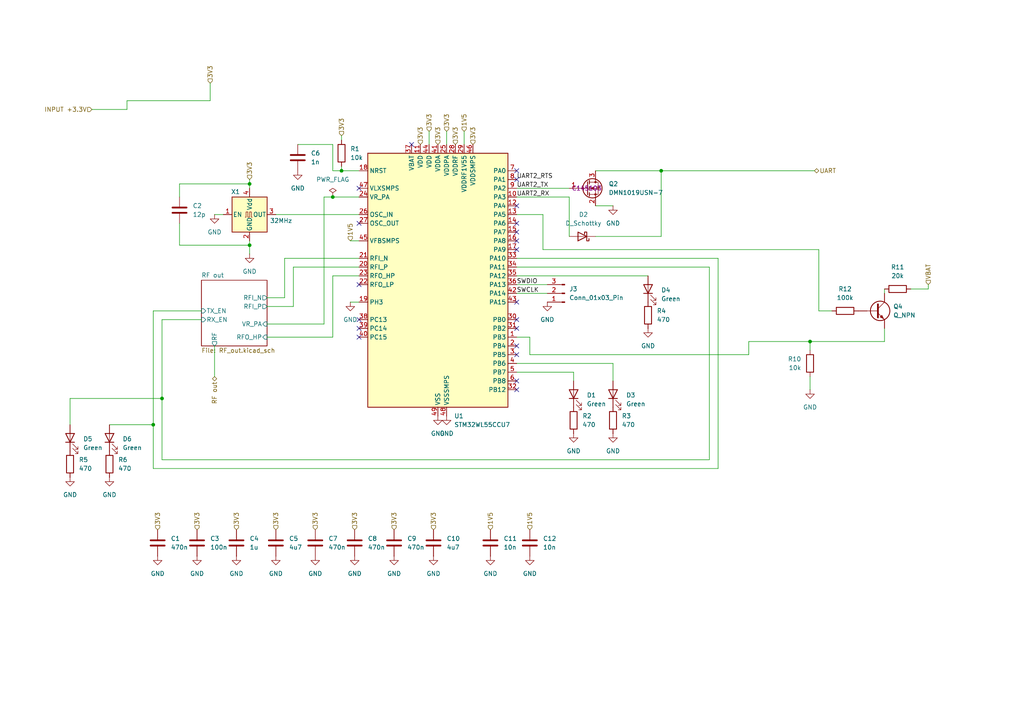
<source format=kicad_sch>
(kicad_sch (version 20250114) (generator "eeschema") (generator_version "9.0")
  (paper "A4")
  (lib_symbols
    (symbol "Connector:Conn_01x03_Pin" (pin_names (offset 1.016) (hide yes))
      (property "Reference" "J" (at 0 5.08 0))
      (property "Value" "Conn_01x03_Pin" (at 0 -5.08 0))
      (symbol "Conn_01x03_Pin_1_1"
        (rectangle (start 0.8636 2.667) (end 0 2.413) (stroke (width 0.1524)) (fill (type outline)))
        (rectangle (start 0.8636 0.127) (end 0 -0.127) (stroke (width 0.1524)) (fill (type outline)))
        (rectangle (start 0.8636 -2.413) (end 0 -2.667) (stroke (width 0.1524)) (fill (type outline)))
        (polyline (pts (xy 1.27 2.54) (xy 0.8636 2.54)) (stroke (width 0.1524)))
        (polyline (pts (xy 1.27 0) (xy 0.8636 0)) (stroke (width 0.1524)))
        (polyline (pts (xy 1.27 -2.54) (xy 0.8636 -2.54)) (stroke (width 0.1524)))
        (pin passive line (at 5.08 2.54 180) (length 3.81) (name "Pin_1") (number "1"))
        (pin passive line (at 5.08 0 180) (length 3.81) (name "Pin_2") (number "2"))
        (pin passive line (at 5.08 -2.54 180) (length 3.81) (name "Pin_3") (number "3"))
      )
    )
    (symbol "Device:C" (pin_numbers (hide yes)) (pin_names (offset 0.254))
      (property "Reference" "C" (at 0.635 2.54 0))
      (property "Value" "C" (at 0.635 -2.54 0))
      (symbol "C_0_1"
        (polyline (pts (xy -2.032 0.762) (xy 2.032 0.762)) (stroke (width 0.508)))
        (polyline (pts (xy -2.032 -0.762) (xy 2.032 -0.762)) (stroke (width 0.508)))
      )
      (symbol "C_1_1"
        (pin passive line (at 0 3.81 270) (length 2.794) (name "~") (number "1"))
        (pin passive line (at 0 -3.81 90) (length 2.794) (name "~") (number "2"))
      )
    )
    (symbol "Device:D_Schottky" (pin_numbers (hide yes)) (pin_names (offset 1.016) (hide yes))
      (property "Reference" "D" (at 0 2.54 0))
      (property "Value" "D_Schottky" (at 0 -2.54 0))
      (symbol "D_Schottky_0_1"
        (polyline (pts (xy -1.905 0.635) (xy -1.905 1.27) (xy -1.27 1.27) (xy -1.27 -1.27) (xy -0.635 -1.27) (xy -0.635 -0.635)) (stroke (width 0.254)))
        (polyline (pts (xy 1.27 1.27) (xy 1.27 -1.27) (xy -1.27 0) (xy 1.27 1.27)) (stroke (width 0.254)))
        (polyline (pts (xy 1.27 0) (xy -1.27 0)))
      )
      (symbol "D_Schottky_1_1"
        (pin passive line (at -3.81 0 0) (length 2.54) (name "K") (number "1"))
        (pin passive line (at 3.81 0 180) (length 2.54) (name "A") (number "2"))
      )
    )
    (symbol "Device:LED" (pin_numbers (hide yes)) (pin_names (offset 1.016) (hide yes))
      (property "Reference" "D" (at 0 2.54 0))
      (property "Value" "LED" (at 0 -2.54 0))
      (symbol "LED_0_1"
        (polyline (pts (xy -3.048 -0.762) (xy -4.572 -2.286) (xy -3.81 -2.286) (xy -4.572 -2.286) (xy -4.572 -1.524)))
        (polyline (pts (xy -1.778 -0.762) (xy -3.302 -2.286) (xy -2.54 -2.286) (xy -3.302 -2.286) (xy -3.302 -1.524)))
        (polyline (pts (xy -1.27 0) (xy 1.27 0)))
        (polyline (pts (xy -1.27 -1.27) (xy -1.27 1.27)) (stroke (width 0.254)))
        (polyline (pts (xy 1.27 -1.27) (xy 1.27 1.27) (xy -1.27 0) (xy 1.27 -1.27)) (stroke (width 0.254)))
      )
      (symbol "LED_1_1"
        (pin passive line (at -3.81 0 0) (length 2.54) (name "K") (number "1"))
        (pin passive line (at 3.81 0 180) (length 2.54) (name "A") (number "2"))
      )
    )
    (symbol "Device:Q_NPN" (pin_numbers (hide yes)) (pin_names (offset 0) (hide yes))
      (property "Reference" "Q4" (at 5.08 1.2701 0))
      (property "Value" "Q_NPN" (at 5.08 -1.2699 0))
      (symbol "Q_NPN_0_1"
        (polyline (pts (xy -2.54 0) (xy 0.635 0)))
        (polyline (pts (xy 0.635 1.905) (xy 0.635 -1.905)) (stroke (width 0.508)))
        (polyline (pts (xy 0.635 0.635) (xy 2.54 2.54)))
        (polyline (pts (xy 0.635 -0.635) (xy 2.54 -2.54)))
        (circle (center 1.27 0) (radius 2.8194) (stroke (width 0.254)))
        (polyline (pts (xy 1.27 -1.778) (xy 1.778 -1.27) (xy 2.286 -2.286) (xy 1.27 -1.778)) (fill (type outline)))
      )
      (symbol "Q_NPN_1_1"
        (pin input line (at -5.08 0 0) (length 2.54) (name "B") (number "1"))
        (pin passive line (at 2.54 5.08 270) (length 2.54) (name "C") (number "3"))
        (pin passive line (at 2.54 -5.08 90) (length 2.54) (name "E") (number "2"))
      )
    )
    (symbol "Device:R" (pin_numbers (hide yes)) (pin_names (offset 0))
      (property "Reference" "R" (at 2.032 0 90))
      (property "Value" "R" (at 0 0 90))
      (symbol "R_0_1"
        (rectangle (start -1.016 -2.54) (end 1.016 2.54) (stroke (width 0.254)))
      )
      (symbol "R_1_1"
        (pin passive line (at 0 3.81 270) (length 1.27) (name "~") (number "1"))
        (pin passive line (at 0 -3.81 90) (length 1.27) (name "~") (number "2"))
      )
    )
    (symbol "LED_1" (pin_numbers (hide yes)) (pin_names (offset 1.016) (hide yes))
      (property "Reference" "D" (at 0 2.54 0))
      (property "Value" "LED" (at 0 -2.54 0))
      (symbol "LED_1_0_1"
        (polyline (pts (xy -3.048 -0.762) (xy -4.572 -2.286) (xy -3.81 -2.286) (xy -4.572 -2.286) (xy -4.572 -1.524)))
        (polyline (pts (xy -1.778 -0.762) (xy -3.302 -2.286) (xy -2.54 -2.286) (xy -3.302 -2.286) (xy -3.302 -1.524)))
        (polyline (pts (xy -1.27 0) (xy 1.27 0)))
        (polyline (pts (xy -1.27 -1.27) (xy -1.27 1.27)) (stroke (width 0.254)))
        (polyline (pts (xy 1.27 -1.27) (xy 1.27 1.27) (xy -1.27 0) (xy 1.27 -1.27)) (stroke (width 0.254)))
      )
      (symbol "LED_1_1_1"
        (pin passive line (at -3.81 0 0) (length 2.54) (name "K") (number "1"))
        (pin passive line (at 3.81 0 180) (length 2.54) (name "A") (number "2"))
      )
    )
    (symbol "LED_2" (pin_numbers (hide yes)) (pin_names (offset 1.016) (hide yes))
      (property "Reference" "D" (at 0 2.54 0))
      (property "Value" "LED" (at 0 -2.54 0))
      (symbol "LED_2_0_1"
        (polyline (pts (xy -3.048 -0.762) (xy -4.572 -2.286) (xy -3.81 -2.286) (xy -4.572 -2.286) (xy -4.572 -1.524)))
        (polyline (pts (xy -1.778 -0.762) (xy -3.302 -2.286) (xy -2.54 -2.286) (xy -3.302 -2.286) (xy -3.302 -1.524)))
        (polyline (pts (xy -1.27 0) (xy 1.27 0)))
        (polyline (pts (xy -1.27 -1.27) (xy -1.27 1.27)) (stroke (width 0.254)))
        (polyline (pts (xy 1.27 -1.27) (xy 1.27 1.27) (xy -1.27 0) (xy 1.27 -1.27)) (stroke (width 0.254)))
      )
      (symbol "LED_2_1_1"
        (pin passive line (at -3.81 0 0) (length 2.54) (name "K") (number "1"))
        (pin passive line (at 3.81 0 180) (length 2.54) (name "A") (number "2"))
      )
    )
    (symbol "MCU_ST_STM32WL:STM32WL55CCUx"
      (property "Reference" "U" (at -20.32 39.37 0))
      (property "Value" "STM32WL55CCUx" (at 12.7 39.37 0))
      (symbol "STM32WL55CCUx_0_1"
        (rectangle (start -20.32 -35.56) (end 20.32 38.1) (stroke (width 0.254)) (fill (type background)))
      )
      (symbol "STM32WL55CCUx_1_1"
        (pin input line (at -22.86 33.02 0) (length 2.54) (name "NRST") (number "18"))
        (pin power_in line (at -22.86 27.94 0) (length 2.54) (name "VLXSMPS") (number "47"))
        (pin power_in line (at -22.86 25.4 0) (length 2.54) (name "VR_PA") (number "24"))
        (pin input line (at -22.86 20.32 0) (length 2.54) (name "OSC_IN") (number "26"))
        (pin input line (at -22.86 17.78 0) (length 2.54) (name "OSC_OUT") (number "27"))
        (pin input line (at -22.86 12.7 0) (length 2.54) (name "VFBSMPS") (number "45"))
        (pin bidirectional line (at -22.86 7.62 0) (length 2.54) (name "RFI_N") (number "21"))
        (pin bidirectional line (at -22.86 5.08 0) (length 2.54) (name "RFI_P") (number "20"))
        (pin bidirectional line (at -22.86 2.54 0) (length 2.54) (name "RFO_HP") (number "23"))
        (pin bidirectional line (at -22.86 0 0) (length 2.54) (name "RFO_LP") (number "22"))
        (pin bidirectional line (at -22.86 -5.08 0) (length 2.54) (name "PH3") (number "19"))
        (pin bidirectional line (at -22.86 -10.16 0) (length 2.54) (name "PC13") (number "38"))
        (pin bidirectional line (at -22.86 -12.7 0) (length 2.54) (name "PC14") (number "39"))
        (pin bidirectional line (at -22.86 -15.24 0) (length 2.54) (name "PC15") (number "40"))
        (pin power_in line (at -7.62 40.64 270) (length 2.54) (name "VBAT") (number "37"))
        (pin power_in line (at -5.08 40.64 270) (length 2.54) (name "VDD") (number "11"))
        (pin power_in line (at -2.54 40.64 270) (length 2.54) (name "VDD") (number "44"))
        (pin power_in line (at 0 40.64 270) (length 2.54) (name "VDDA") (number "41"))
        (pin power_in line (at 0 -38.1 90) (length 2.54) (name "VSS") (number "49"))
        (pin power_in line (at 2.54 40.64 270) (length 2.54) (name "VDDPA") (number "25"))
        (pin power_in line (at 2.54 -38.1 90) (length 2.54) (name "VSSSMPS") (number "48"))
        (pin power_in line (at 5.08 40.64 270) (length 2.54) (name "VDDRF") (number "28"))
        (pin power_in line (at 7.62 40.64 270) (length 2.54) (name "VDDRF1V55") (number "29"))
        (pin power_in line (at 10.16 40.64 270) (length 2.54) (name "VDDSMPS") (number "46"))
        (pin bidirectional line (at 22.86 33.02 180) (length 2.54) (name "PA0") (number "7"))
        (pin bidirectional line (at 22.86 30.48 180) (length 2.54) (name "PA1") (number "8"))
        (pin bidirectional line (at 22.86 27.94 180) (length 2.54) (name "PA2") (number "9"))
        (pin bidirectional line (at 22.86 25.4 180) (length 2.54) (name "PA3") (number "10"))
        (pin bidirectional line (at 22.86 22.86 180) (length 2.54) (name "PA4") (number "12"))
        (pin bidirectional line (at 22.86 20.32 180) (length 2.54) (name "PA5") (number "13"))
        (pin bidirectional line (at 22.86 17.78 180) (length 2.54) (name "PA6") (number "14"))
        (pin bidirectional line (at 22.86 15.24 180) (length 2.54) (name "PA7") (number "15"))
        (pin bidirectional line (at 22.86 12.7 180) (length 2.54) (name "PA8") (number "16"))
        (pin bidirectional line (at 22.86 10.16 180) (length 2.54) (name "PA9") (number "17"))
        (pin bidirectional line (at 22.86 7.62 180) (length 2.54) (name "PA10") (number "33"))
        (pin bidirectional line (at 22.86 5.08 180) (length 2.54) (name "PA11") (number "34"))
        (pin bidirectional line (at 22.86 2.54 180) (length 2.54) (name "PA12") (number "35"))
        (pin bidirectional line (at 22.86 0 180) (length 2.54) (name "PA13") (number "36"))
        (pin bidirectional line (at 22.86 -2.54 180) (length 2.54) (name "PA14") (number "42"))
        (pin bidirectional line (at 22.86 -5.08 180) (length 2.54) (name "PA15") (number "43"))
        (pin bidirectional line (at 22.86 -10.16 180) (length 2.54) (name "PB0") (number "30"))
        (pin bidirectional line (at 22.86 -12.7 180) (length 2.54) (name "PB2") (number "31"))
        (pin bidirectional line (at 22.86 -15.24 180) (length 2.54) (name "PB3") (number "1"))
        (pin bidirectional line (at 22.86 -17.78 180) (length 2.54) (name "PB4") (number "2"))
        (pin bidirectional line (at 22.86 -20.32 180) (length 2.54) (name "PB5") (number "3"))
        (pin bidirectional line (at 22.86 -22.86 180) (length 2.54) (name "PB6") (number "4"))
        (pin bidirectional line (at 22.86 -25.4 180) (length 2.54) (name "PB7") (number "5"))
        (pin bidirectional line (at 22.86 -27.94 180) (length 2.54) (name "PB8") (number "6"))
        (pin bidirectional line (at 22.86 -30.48 180) (length 2.54) (name "PB12") (number "32"))
      )
    )
    (symbol "Oscillator:ASE-xxxMHz" (pin_names (offset 0.254))
      (property "Reference" "Y" (at -5.08 6.35 0))
      (property "Value" "ASE-xxxMHz" (at 1.27 -6.35 0))
      (symbol "ASE-xxxMHz_0_1"
        (rectangle (start -5.08 5.08) (end 5.08 -5.08) (stroke (width 0.254)) (fill (type background)))
        (polyline (pts (xy -1.27 -0.762) (xy -1.016 -0.762) (xy -1.016 0.762) (xy -0.508 0.762) (xy -0.508 -0.762) (xy 0 -0.762) (xy 0 0.762) (xy 0.508 0.762) (xy 0.508 -0.762) (xy 0.762 -0.762)))
      )
      (symbol "ASE-xxxMHz_1_1"
        (pin input line (at -7.62 0 0) (length 2.54) (name "EN") (number "1"))
        (pin power_in line (at 0 7.62 270) (length 2.54) (name "Vdd") (number "4"))
        (pin power_in line (at 0 -7.62 90) (length 2.54) (name "GND") (number "2"))
        (pin output line (at 7.62 0 180) (length 2.54) (name "OUT") (number "3"))
      )
    )
    (symbol "Transistor_FET:DMN10H220L" (pin_names (hide yes))
      (property "Reference" "Q" (at 5.08 1.905 0))
      (property "Value" "DMN10H220L" (at 5.08 0 0))
      (symbol "DMN10H220L_0_1"
        (polyline (pts (xy 0.254 1.905) (xy 0.254 -1.905)) (stroke (width 0.254)))
        (polyline (pts (xy 0.254 0) (xy -2.54 0)))
        (polyline (pts (xy 0.762 2.286) (xy 0.762 1.27)) (stroke (width 0.254)))
        (polyline (pts (xy 0.762 0.508) (xy 0.762 -0.508)) (stroke (width 0.254)))
        (polyline (pts (xy 0.762 -1.27) (xy 0.762 -2.286)) (stroke (width 0.254)))
        (polyline (pts (xy 0.762 -1.778) (xy 3.302 -1.778) (xy 3.302 1.778) (xy 0.762 1.778)))
        (polyline (pts (xy 1.016 0) (xy 2.032 0.381) (xy 2.032 -0.381) (xy 1.016 0)) (fill (type outline)))
        (circle (center 1.651 0) (radius 2.794) (stroke (width 0.254)))
        (polyline (pts (xy 2.54 2.54) (xy 2.54 1.778)))
        (circle (center 2.54 1.778) (radius 0.254) (fill (type outline)))
        (circle (center 2.54 -1.778) (radius 0.254) (fill (type outline)))
        (polyline (pts (xy 2.54 -2.54) (xy 2.54 0) (xy 0.762 0)))
        (polyline (pts (xy 2.794 0.508) (xy 2.921 0.381) (xy 3.683 0.381) (xy 3.81 0.254)))
        (polyline (pts (xy 3.302 0.381) (xy 2.921 -0.254) (xy 3.683 -0.254) (xy 3.302 0.381)))
      )
      (symbol "DMN10H220L_1_1"
        (pin input line (at -5.08 0 0) (length 2.54) (name "G") (number "1"))
        (pin passive line (at 2.54 5.08 270) (length 2.54) (name "D") (number "3"))
        (pin passive line (at 2.54 -5.08 90) (length 2.54) (name "S") (number "2"))
      )
    )
    (symbol "power:GND" (power) (pin_numbers (hide yes)) (pin_names (offset 0) (hide yes))
      (property "Value" "GND" (at 0 -3.81 0))
      (symbol "GND_0_1"
        (polyline (pts (xy 0 0) (xy 0 -1.27) (xy 1.27 -1.27) (xy 0 -2.54) (xy -1.27 -1.27) (xy 0 -1.27)))
      )
      (symbol "GND_1_1"
        (pin power_in line (at 0 0 270) (length 0) (name "~") (number "1"))
      )
    )
    (symbol "power:PWR_FLAG" (power) (pin_numbers (hide yes)) (pin_names (offset 0) (hide yes))
      (property "Value" "PWR_FLAG" (at 0 3.81 0))
      (symbol "PWR_FLAG_0_0"
        (pin power_out line (at 0 0 90) (length 0) (name "~") (number "1"))
      )
      (symbol "PWR_FLAG_0_1"
        (polyline (pts (xy 0 0) (xy 0 1.27) (xy -1.016 1.905) (xy 0 2.54) (xy 1.016 1.905) (xy 0 1.27)))
      )
    )
  )
  (junction (at 72.39 71.12))
  (junction (at 44.45 123.19))
  (junction (at 96.52 57.15))
  (junction (at 72.39 53.34))
  (junction (at 234.95 99.06))
  (junction (at 191.77 49.53))
  (junction (at 46.99 115.57))
  (junction (at 99.06 49.53))
  (no_connect (at 104.14 82.55))
  (no_connect (at 149.86 87.63))
  (no_connect (at 104.14 54.61))
  (no_connect (at 104.14 92.71))
  (no_connect (at 149.86 67.31))
  (no_connect (at 149.86 49.53))
  (no_connect (at 149.86 64.77))
  (no_connect (at 149.86 59.69))
  (no_connect (at 149.86 92.71))
  (no_connect (at 149.86 95.25))
  (no_connect (at 119.38 41.91))
  (no_connect (at 149.86 72.39))
  (no_connect (at 149.86 69.85))
  (no_connect (at 149.86 52.07))
  (no_connect (at 104.14 95.25))
  (no_connect (at 149.86 102.87))
  (no_connect (at 149.86 100.33))
  (no_connect (at 149.86 113.03))
  (no_connect (at 149.86 110.49))
  (no_connect (at 104.14 64.77))
  (no_connect (at 104.14 97.79))
  (wire (pts (xy 72.39 73.66) (xy 72.39 71.12)))
  (wire (pts (xy 85.09 77.47) (xy 85.09 88.9)))
  (wire (pts (xy 96.52 57.15) (xy 93.98 57.15)))
  (wire (pts (xy 149.86 74.93) (xy 208.28 74.93)))
  (wire (pts (xy 149.86 82.55) (xy 158.75 82.55)))
  (wire (pts (xy 36.83 29.21) (xy 36.83 31.75)))
  (wire (pts (xy 82.55 74.93) (xy 82.55 86.36)))
  (wire (pts (xy 124.46 38.1) (xy 124.46 41.91)))
  (wire (pts (xy 99.06 49.53) (xy 104.14 49.53)))
  (wire (pts (xy 165.1 57.15) (xy 165.1 68.58)))
  (wire (pts (xy 99.06 39.37) (xy 99.06 40.64)))
  (wire (pts (xy 82.55 74.93) (xy 104.14 74.93)))
  (wire (pts (xy 72.39 71.12) (xy 72.39 69.85)))
  (wire (pts (xy 62.23 62.23) (xy 64.77 62.23)))
  (wire (pts (xy 191.77 49.53) (xy 236.22 49.53)))
  (wire (pts (xy 172.72 49.53) (xy 191.77 49.53)))
  (wire (pts (xy 172.72 68.58) (xy 191.77 68.58)))
  (wire (pts (xy 205.74 133.35) (xy 205.74 77.47)))
  (wire (pts (xy 52.07 57.15) (xy 52.07 53.34)))
  (wire (pts (xy 149.86 97.79) (xy 153.67 97.79)))
  (wire (pts (xy 166.37 107.95) (xy 166.37 110.49)))
  (wire (pts (xy 234.95 99.06) (xy 217.17 99.06)))
  (wire (pts (xy 72.39 53.34) (xy 72.39 54.61)))
  (wire (pts (xy 99.06 49.53) (xy 99.06 48.26)))
  (wire (pts (xy 149.86 107.95) (xy 166.37 107.95)))
  (wire (pts (xy 72.39 52.07) (xy 72.39 53.34)))
  (wire (pts (xy 93.98 57.15) (xy 93.98 93.98)))
  (wire (pts (xy 208.28 74.93) (xy 208.28 135.89)))
  (wire (pts (xy 46.99 92.71) (xy 58.42 92.71)))
  (wire (pts (xy 20.32 123.19) (xy 20.32 115.57)))
  (wire (pts (xy 157.48 62.23) (xy 157.48 72.39)))
  (wire (pts (xy 237.49 72.39) (xy 237.49 90.17)))
  (wire (pts (xy 80.01 62.23) (xy 104.14 62.23)))
  (wire (pts (xy 149.86 62.23) (xy 157.48 62.23)))
  (wire (pts (xy 85.09 88.9) (xy 77.47 88.9)))
  (wire (pts (xy 52.07 71.12) (xy 72.39 71.12)))
  (wire (pts (xy 234.95 101.6) (xy 234.95 99.06)))
  (wire (pts (xy 46.99 133.35) (xy 205.74 133.35)))
  (wire (pts (xy 269.24 83.82) (xy 269.24 82.55)))
  (wire (pts (xy 234.95 99.06) (xy 256.54 99.06)))
  (wire (pts (xy 234.95 109.22) (xy 234.95 113.03)))
  (wire (pts (xy 96.52 97.79) (xy 77.47 97.79)))
  (wire (pts (xy 134.62 38.1) (xy 134.62 41.91)))
  (wire (pts (xy 20.32 115.57) (xy 46.99 115.57)))
  (wire (pts (xy 149.86 57.15) (xy 165.1 57.15)))
  (wire (pts (xy 86.36 41.91) (xy 96.52 41.91)))
  (wire (pts (xy 264.16 83.82) (xy 269.24 83.82)))
  (wire (pts (xy 149.86 77.47) (xy 205.74 77.47)))
  (wire (pts (xy 217.17 102.87) (xy 153.67 102.87)))
  (wire (pts (xy 149.86 54.61) (xy 165.1 54.61)))
  (wire (pts (xy 44.45 123.19) (xy 44.45 90.17)))
  (wire (pts (xy 96.52 80.01) (xy 96.52 97.79)))
  (wire (pts (xy 177.8 105.41) (xy 177.8 110.49)))
  (wire (pts (xy 149.86 105.41) (xy 177.8 105.41)))
  (wire (pts (xy 46.99 92.71) (xy 46.99 115.57)))
  (wire (pts (xy 191.77 49.53) (xy 191.77 68.58)))
  (wire (pts (xy 60.96 29.21) (xy 60.96 24.13)))
  (wire (pts (xy 44.45 90.17) (xy 58.42 90.17)))
  (wire (pts (xy 149.86 80.01) (xy 187.96 80.01)))
  (wire (pts (xy 82.55 86.36) (xy 77.47 86.36)))
  (wire (pts (xy 129.54 38.1) (xy 129.54 41.91)))
  (wire (pts (xy 101.6 87.63) (xy 104.14 87.63)))
  (wire (pts (xy 96.52 80.01) (xy 104.14 80.01)))
  (wire (pts (xy 208.28 135.89) (xy 44.45 135.89)))
  (wire (pts (xy 96.52 57.15) (xy 104.14 57.15)))
  (wire (pts (xy 256.54 83.82) (xy 256.54 85.09)))
  (wire (pts (xy 44.45 135.89) (xy 44.45 123.19)))
  (wire (pts (xy 46.99 115.57) (xy 46.99 133.35)))
  (wire (pts (xy 52.07 64.77) (xy 52.07 71.12)))
  (wire (pts (xy 157.48 72.39) (xy 237.49 72.39)))
  (wire (pts (xy 31.75 123.19) (xy 44.45 123.19)))
  (wire (pts (xy 149.86 85.09) (xy 158.75 85.09)))
  (wire (pts (xy 172.72 59.69) (xy 177.8 59.69)))
  (wire (pts (xy 93.98 93.98) (xy 77.47 93.98)))
  (wire (pts (xy 153.67 102.87) (xy 153.67 97.79)))
  (wire (pts (xy 96.52 41.91) (xy 96.52 49.53)))
  (wire (pts (xy 36.83 31.75) (xy 26.67 31.75)))
  (wire (pts (xy 217.17 99.06) (xy 217.17 102.87)))
  (wire (pts (xy 52.07 53.34) (xy 72.39 53.34)))
  (wire (pts (xy 62.23 100.33) (xy 62.23 109.22)))
  (wire (pts (xy 36.83 29.21) (xy 60.96 29.21)))
  (wire (pts (xy 241.3 90.17) (xy 237.49 90.17)))
  (wire (pts (xy 256.54 95.25) (xy 256.54 99.06)))
  (wire (pts (xy 96.52 49.53) (xy 99.06 49.53)))
  (wire (pts (xy 101.6 69.85) (xy 104.14 69.85)))
  (wire (pts (xy 85.09 77.47) (xy 104.14 77.47)))
  (label "SWDIO" (at 149.86 82.55 0))
  (label "UART2_RTS" (at 149.86 52.07 0))
  (label "UART2_TX" (at 149.86 54.61 0))
  (label "SWCLK" (at 149.86 85.09 0))
  (label "UART2_RX" (at 149.86 57.15 0))
  (hierarchical_label "3V3" (shape input) (at 80.01 153.67 90))
  (hierarchical_label "VBAT" (shape input) (at 269.24 82.55 90))
  (hierarchical_label "3V3" (shape input) (at 121.92 41.91 90))
  (hierarchical_label "3V3" (shape input) (at 129.54 38.1 90))
  (hierarchical_label "3V3" (shape input) (at 132.08 41.91 90))
  (hierarchical_label "1V5" (shape input) (at 101.6 69.85 90))
  (hierarchical_label "RF out" (shape bidirectional) (at 62.23 109.22 270))
  (hierarchical_label "3V3" (shape input) (at 124.46 38.1 90))
  (hierarchical_label "3V3" (shape input) (at 68.58 153.67 90))
  (hierarchical_label "INPUT +3.3V" (shape input) (at 26.67 31.75 180))
  (hierarchical_label "3V3" (shape input) (at 114.3 153.67 90))
  (hierarchical_label "3V3" (shape input) (at 72.39 52.07 90))
  (hierarchical_label "1V5" (shape input) (at 153.67 153.67 90))
  (hierarchical_label "3V3" (shape input) (at 102.87 153.67 90))
  (hierarchical_label "3V3" (shape input) (at 60.96 24.13 90))
  (hierarchical_label "3V3" (shape input) (at 127 41.91 90))
  (hierarchical_label "3V3" (shape input) (at 99.06 39.37 90))
  (hierarchical_label "3V3" (shape input) (at 45.72 153.67 90))
  (hierarchical_label "1V5" (shape input) (at 142.24 153.67 90))
  (hierarchical_label "1V5" (shape input) (at 134.62 38.1 90))
  (hierarchical_label "UART" (shape bidirectional) (at 236.22 49.53 0))
  (hierarchical_label "3V3" (shape input) (at 57.15 153.67 90))
  (hierarchical_label "3V3" (shape input) (at 125.73 153.67 90))
  (hierarchical_label "3V3" (shape input) (at 137.16 41.91 90))
  (hierarchical_label "3V3" (shape input) (at 91.44 153.67 90))
  (symbol (lib_id "Device:R") (at 166.37 121.92 0) (unit 1)
    (property "Reference" "R2" (at 168.91 120.6499 0) (effects (justify left)))
    (property "Value" "470" (at 168.91 123.1899 0) (effects (justify left)))
    (property "Footprint" "Resistor_SMD:R_0805_2012Metric" (effects (hide yes)))
    (property "Description" "Resistor" (effects (hide yes)))
    (property "LCSC" "C2907267" (effects (hide yes)))
  )
  (symbol (lib_name "LED_2") (lib_id "Device:LED") (at 31.75 127 90) (unit 1)
    (property "Reference" "D6" (at 35.56 127.3174 90) (effects (justify right)))
    (property "Value" "Green" (at 35.56 129.8574 90) (effects (justify right)))
    (property "Footprint" "LED_SMD:LED_0805_2012Metric" (effects (hide yes)))
    (property "Description" "Light emitting diode" (effects (hide yes)))
    (property "Sim.Pins" "1=K 2=A" (effects (hide yes)))
    (property "LCSC" "C84260" (effects (hide yes)))
  )
  (symbol (lib_id "Device:C") (at 80.01 157.48 0) (unit 1)
    (property "Reference" "C5" (at 83.82 156.2099 0) (effects (justify left)))
    (property "Value" "4u7" (at 83.82 158.7499 0) (effects (justify left)))
    (property "Footprint" "Capacitor_SMD:C_0805_2012Metric" (effects (hide yes)))
    (property "Description" "Unpolarized capacitor" (effects (hide yes)))
    (property "LCSC" "C48579585" (effects (hide yes)))
  )
  (symbol (lib_id "Device:C") (at 86.36 45.72 180) (unit 1)
    (property "Reference" "C6" (at 90.17 44.4499 0) (effects (justify right)))
    (property "Value" "1n" (at 90.17 46.9899 0) (effects (justify right)))
    (property "Footprint" "Capacitor_SMD:C_0402_1005Metric" (effects (hide yes)))
    (property "Description" "Unpolarized capacitor" (effects (hide yes)))
    (property "LCSC" "C48579245" (effects (hide yes)))
  )
  (symbol (lib_id "power:GND") (at 153.67 161.29 0) (unit 1)
    (property "Reference" "#PWR017" (effects (hide yes)))
    (property "Value" "GND" (at 153.67 166.37 0))
    (property "Description" "Power symbol creates a global label with name \"GND\" , ground" (effects (hide yes)))
  )
  (symbol (lib_id "MCU_ST_STM32WL:STM32WL55CCUx") (at 127 82.55 0) (unit 1)
    (property "Reference" "U1" (at 131.7341 120.65 0) (effects (justify left)))
    (property "Value" "STM32WL55CCU7" (at 131.7341 123.19 0) (effects (justify left)))
    (property "Footprint" "Package_DFN_QFN:QFN-48-1EP_7x7mm_P0.5mm_EP5.6x5.6mm" (effects (hide yes)))
    (property "Datasheet" "https://www.st.com/resource/en/datasheet/stm32wl55cc.pdf" (effects (hide yes)))
    (property "Description" "STMicroelectronics Arm Cortex-M4 MCU, 256KB flash, 64KB RAM, 48 MHz, 1.8-3.6V, 29 GPIO, UFQFPN48" (effects (hide yes)))
    (property "LCSC" "C5270474" (effects (hide yes)))
  )
  (symbol (lib_id "Device:R") (at 234.95 105.41 0) (mirror y) (unit 1)
    (property "Reference" "R10" (at 232.41 104.1399 0) (effects (justify left)))
    (property "Value" "10k" (at 232.41 106.6799 0) (effects (justify left)))
    (property "Footprint" "Resistor_SMD:R_0805_2012Metric" (effects (hide yes)))
    (property "Description" "Resistor" (effects (hide yes)))
    (property "LCSC" "C84376" (effects (hide yes)))
  )
  (symbol (lib_id "power:GND") (at 158.75 87.63 0) (unit 1)
    (property "Reference" "#PWR018" (effects (hide yes)))
    (property "Value" "GND" (at 158.75 92.71 0))
    (property "Description" "Power symbol creates a global label with name \"GND\" , ground" (effects (hide yes)))
  )
  (symbol (lib_id "Device:C") (at 142.24 157.48 0) (unit 1)
    (property "Reference" "C11" (at 146.05 156.2099 0) (effects (justify left)))
    (property "Value" "10n" (at 146.05 158.7499 0) (effects (justify left)))
    (property "Footprint" "Capacitor_SMD:C_0805_2012Metric" (effects (hide yes)))
    (property "Description" "Unpolarized capacitor" (effects (hide yes)))
    (property "LCSC" "C48579597" (effects (hide yes)))
  )
  (symbol (lib_id "Device:R") (at 20.32 134.62 0) (unit 1)
    (property "Reference" "R5" (at 22.86 133.3499 0) (effects (justify left)))
    (property "Value" "470" (at 22.86 135.8899 0) (effects (justify left)))
    (property "Footprint" "Resistor_SMD:R_0805_2012Metric" (effects (hide yes)))
    (property "Description" "Resistor" (effects (hide yes)))
    (property "LCSC" "C2907267" (effects (hide yes)))
  )
  (symbol (lib_id "power:PWR_FLAG") (at 96.52 57.15 0) (unit 1)
    (property "Reference" "#FLG03" (effects (hide yes)))
    (property "Value" "PWR_FLAG" (at 96.52 52.07 0))
    (property "Description" "Special symbol for telling ERC where power comes from" (effects (hide yes)))
  )
  (symbol (lib_id "power:GND") (at 68.58 161.29 0) (unit 1)
    (property "Reference" "#PWR06" (effects (hide yes)))
    (property "Value" "GND" (at 68.58 166.37 0))
    (property "Description" "Power symbol creates a global label with name \"GND\" , ground" (effects (hide yes)))
  )
  (symbol (lib_id "power:GND") (at 86.36 49.53 0) (unit 1)
    (property "Reference" "#PWR09" (effects (hide yes)))
    (property "Value" "GND" (at 86.36 54.61 0))
    (property "Description" "Power symbol creates a global label with name \"GND\" , ground" (effects (hide yes)))
  )
  (symbol (lib_id "Device:R") (at 245.11 90.17 90) (mirror x) (unit 1)
    (property "Reference" "R12" (at 245.11 83.82 90))
    (property "Value" "100k" (at 245.11 86.36 90))
    (property "Footprint" "Resistor_SMD:R_0805_2012Metric" (effects (hide yes)))
    (property "Description" "Resistor" (effects (hide yes)))
    (property "LCSC" "C96346" (effects (hide yes)))
  )
  (symbol (lib_id "power:GND") (at 102.87 161.29 0) (unit 1)
    (property "Reference" "#PWR011" (effects (hide yes)))
    (property "Value" "GND" (at 102.87 166.37 0))
    (property "Description" "Power symbol creates a global label with name \"GND\" , ground" (effects (hide yes)))
  )
  (symbol (lib_id "power:GND") (at 20.32 138.43 0) (unit 1)
    (property "Reference" "#PWR026" (effects (hide yes)))
    (property "Value" "GND" (at 20.32 143.51 0))
    (property "Description" "Power symbol creates a global label with name \"GND\" , ground" (effects (hide yes)))
  )
  (symbol (lib_id "power:GND") (at 125.73 161.29 0) (unit 1)
    (property "Reference" "#PWR013" (effects (hide yes)))
    (property "Value" "GND" (at 125.73 166.37 0))
    (property "Description" "Power symbol creates a global label with name \"GND\" , ground" (effects (hide yes)))
  )
  (symbol (lib_id "power:GND") (at 62.23 62.23 0) (unit 1)
    (property "Reference" "#PWR05" (effects (hide yes)))
    (property "Value" "GND" (at 62.23 67.31 0))
    (property "Description" "Power symbol creates a global label with name \"GND\" , ground" (effects (hide yes)))
  )
  (symbol (lib_id "Connector:Conn_01x03_Pin") (at 163.83 85.09 180) (unit 1)
    (property "Reference" "J3" (at 165.1 83.8199 0) (effects (justify right)))
    (property "Value" "Conn_01x03_Pin" (at 165.1 86.3599 0) (effects (justify right)))
    (property "Footprint" "Connector_PinHeader_2.54mm:PinHeader_1x03_P2.54mm_Vertical" (effects (hide yes)))
    (property "Description" "Generic connector, single row, 01x03, script generated" (effects (hide yes)))
    (property "LCSC" "C49257" (effects (hide yes)))
  )
  (symbol (lib_id "Device:R") (at 177.8 121.92 0) (unit 1)
    (property "Reference" "R3" (at 180.34 120.6499 0) (effects (justify left)))
    (property "Value" "470" (at 180.34 123.1899 0) (effects (justify left)))
    (property "Footprint" "Resistor_SMD:R_0805_2012Metric" (effects (hide yes)))
    (property "Description" "Resistor" (effects (hide yes)))
    (property "LCSC" "C2907267" (effects (hide yes)))
  )
  (symbol (lib_id "Device:C") (at 52.07 60.96 0) (unit 1)
    (property "Reference" "C2" (at 55.88 59.6899 0) (effects (justify left)))
    (property "Value" "12p" (at 55.88 62.2299 0) (effects (justify left)))
    (property "Footprint" "Capacitor_SMD:C_0805_2012Metric" (effects (hide yes)))
    (property "Description" "Unpolarized capacitor" (effects (hide yes)))
    (property "LCSC" "C1792" (effects (hide yes)))
  )
  (symbol (lib_id "Transistor_FET:DMN10H220L") (at 170.18 54.61 0) (unit 1)
    (property "Reference" "Q2" (at 176.53 53.3399 0) (effects (justify left)))
    (property "Value" "DMN1019USN-7" (at 176.53 55.8799 0) (effects (justify left)))
    (property "Footprint" "Package_TO_SOT_SMD:SOT-23" (effects (hide yes)))
    (property "Datasheet" "http://www.diodes.com/assets/Datasheets/DMN10H220L.pdf" (effects (hide yes)))
    (property "Description" "1.6A Id, 100V Vds, N-Channel MOSFET, SOT-23" (effects (hide yes)))
    (property "LCSC" "C145103" (at 170.18 54.61 0))
  )
  (symbol (lib_id "power:GND") (at 127 120.65 0) (unit 1)
    (property "Reference" "#PWR014" (effects (hide yes)))
    (property "Value" "GND" (at 127 125.73 0))
    (property "Description" "Power symbol creates a global label with name \"GND\" , ground" (effects (hide yes)))
  )
  (symbol (lib_name "LED_1") (lib_id "Device:LED") (at 166.37 114.3 90) (unit 1)
    (property "Reference" "D1" (at 170.18 114.6174 90) (effects (justify right)))
    (property "Value" "Green" (at 170.18 117.1574 90) (effects (justify right)))
    (property "Footprint" "LED_SMD:LED_0805_2012Metric" (effects (hide yes)))
    (property "Description" "Light emitting diode" (effects (hide yes)))
    (property "Sim.Pins" "1=K 2=A" (effects (hide yes)))
    (property "LCSC" "C84260" (effects (hide yes)))
  )
  (symbol (lib_name "LED_1") (lib_id "Device:LED") (at 20.32 127 90) (unit 1)
    (property "Reference" "D5" (at 24.13 127.3174 90) (effects (justify right)))
    (property "Value" "Green" (at 24.13 129.8574 90) (effects (justify right)))
    (property "Footprint" "LED_SMD:LED_0805_2012Metric" (effects (hide yes)))
    (property "Description" "Light emitting diode" (effects (hide yes)))
    (property "Sim.Pins" "1=K 2=A" (effects (hide yes)))
    (property "LCSC" "C84260" (effects (hide yes)))
  )
  (symbol (lib_id "Device:Q_NPN") (at 254 90.17 0) (unit 1)
    (property "Reference" "Q4" (at 259.08 88.8999 0) (effects (justify left)))
    (property "Value" "Q_NPN" (at 259.08 91.4399 0) (effects (justify left)))
    (property "Footprint" "Package_TO_SOT_SMD:SOT-23" (effects (hide yes)))
    (property "Description" "NPN bipolar junction transistor" (effects (hide yes)))
    (property "LCSC" "C39828" (effects (hide yes)))
  )
  (symbol (lib_id "power:GND") (at 187.96 95.25 0) (unit 1)
    (property "Reference" "#PWR022" (effects (hide yes)))
    (property "Value" "GND" (at 187.96 100.33 0))
    (property "Description" "Power symbol creates a global label with name \"GND\" , ground" (effects (hide yes)))
  )
  (symbol (lib_id "Device:C") (at 125.73 157.48 0) (unit 1)
    (property "Reference" "C10" (at 129.54 156.2099 0) (effects (justify left)))
    (property "Value" "4u7" (at 129.54 158.7499 0) (effects (justify left)))
    (property "Footprint" "Capacitor_SMD:C_0805_2012Metric" (effects (hide yes)))
    (property "Description" "Unpolarized capacitor" (effects (hide yes)))
    (property "LCSC" "C48579585" (effects (hide yes)))
  )
  (symbol (lib_id "Device:LED") (at 187.96 83.82 90) (unit 1)
    (property "Reference" "D4" (at 191.77 84.1374 90) (effects (justify right)))
    (property "Value" "Green" (at 191.77 86.6774 90) (effects (justify right)))
    (property "Footprint" "LED_SMD:LED_0805_2012Metric" (effects (hide yes)))
    (property "Description" "Light emitting diode" (effects (hide yes)))
    (property "Sim.Pins" "1=K 2=A" (effects (hide yes)))
    (property "LCSC" "C84260" (effects (hide yes)))
  )
  (symbol (lib_id "Device:D_Schottky") (at 168.91 68.58 180) (unit 1)
    (property "Reference" "D2" (at 169.2275 62.23 0))
    (property "Value" "D_Schottky" (at 169.2275 64.77 0))
    (property "Footprint" "Diode_SMD:D_SOD-323" (effects (hide yes)))
    (property "Description" "Schottky diode" (effects (hide yes)))
    (property "LCSC" "C358488" (effects (hide yes)))
  )
  (symbol (lib_id "power:GND") (at 31.75 138.43 0) (unit 1)
    (property "Reference" "#PWR027" (effects (hide yes)))
    (property "Value" "GND" (at 31.75 143.51 0))
    (property "Description" "Power symbol creates a global label with name \"GND\" , ground" (effects (hide yes)))
  )
  (symbol (lib_id "power:GND") (at 177.8 125.73 0) (unit 1)
    (property "Reference" "#PWR021" (effects (hide yes)))
    (property "Value" "GND" (at 177.8 130.81 0))
    (property "Description" "Power symbol creates a global label with name \"GND\" , ground" (effects (hide yes)))
  )
  (symbol (lib_id "Device:C") (at 45.72 157.48 0) (unit 1)
    (property "Reference" "C1" (at 49.53 156.2099 0) (effects (justify left)))
    (property "Value" "470n" (at 49.53 158.7499 0) (effects (justify left)))
    (property "Footprint" "Capacitor_SMD:C_0805_2012Metric" (effects (hide yes)))
    (property "Description" "Unpolarized capacitor" (effects (hide yes)))
    (property "LCSC" "C13967" (effects (hide yes)))
  )
  (symbol (lib_id "Device:C") (at 153.67 157.48 0) (unit 1)
    (property "Reference" "C12" (at 157.48 156.2099 0) (effects (justify left)))
    (property "Value" "10n" (at 157.48 158.7499 0) (effects (justify left)))
    (property "Footprint" "Capacitor_SMD:C_0805_2012Metric" (effects (hide yes)))
    (property "Description" "Unpolarized capacitor" (effects (hide yes)))
    (property "LCSC" "C48579597" (effects (hide yes)))
  )
  (symbol (lib_id "Device:C") (at 114.3 157.48 0) (unit 1)
    (property "Reference" "C9" (at 118.11 156.2099 0) (effects (justify left)))
    (property "Value" "470n" (at 118.11 158.7499 0) (effects (justify left)))
    (property "Footprint" "Capacitor_SMD:C_0805_2012Metric" (effects (hide yes)))
    (property "Description" "Unpolarized capacitor" (effects (hide yes)))
    (property "LCSC" "C13967" (effects (hide yes)))
  )
  (symbol (lib_id "Device:C") (at 91.44 157.48 0) (unit 1)
    (property "Reference" "C7" (at 95.25 156.2099 0) (effects (justify left)))
    (property "Value" "470n" (at 95.25 158.7499 0) (effects (justify left)))
    (property "Footprint" "Capacitor_SMD:C_0805_2012Metric" (effects (hide yes)))
    (property "Description" "Unpolarized capacitor" (effects (hide yes)))
    (property "LCSC" "C13967" (effects (hide yes)))
  )
  (symbol (lib_id "power:GND") (at 177.8 59.69 0) (unit 1)
    (property "Reference" "#PWR020" (effects (hide yes)))
    (property "Value" "GND" (at 177.8 64.77 0))
    (property "Description" "Power symbol creates a global label with name \"GND\" , ground" (effects (hide yes)))
  )
  (symbol (lib_id "Device:C") (at 102.87 157.48 0) (unit 1)
    (property "Reference" "C8" (at 106.68 156.2099 0) (effects (justify left)))
    (property "Value" "470n" (at 106.68 158.7499 0) (effects (justify left)))
    (property "Footprint" "Capacitor_SMD:C_0805_2012Metric" (effects (hide yes)))
    (property "Description" "Unpolarized capacitor" (effects (hide yes)))
    (property "LCSC" "C13967" (effects (hide yes)))
  )
  (symbol (lib_name "LED_2") (lib_id "Device:LED") (at 177.8 114.3 90) (unit 1)
    (property "Reference" "D3" (at 181.61 114.6174 90) (effects (justify right)))
    (property "Value" "Green" (at 181.61 117.1574 90) (effects (justify right)))
    (property "Footprint" "LED_SMD:LED_0805_2012Metric" (effects (hide yes)))
    (property "Description" "Light emitting diode" (effects (hide yes)))
    (property "Sim.Pins" "1=K 2=A" (effects (hide yes)))
    (property "LCSC" "C84260" (effects (hide yes)))
  )
  (symbol (lib_id "Device:R") (at 99.06 44.45 0) (unit 1)
    (property "Reference" "R1" (at 101.6 43.1799 0) (effects (justify left)))
    (property "Value" "10k" (at 101.6 45.7199 0) (effects (justify left)))
    (property "Footprint" "Resistor_SMD:R_0805_2012Metric" (effects (hide yes)))
    (property "Description" "Resistor" (effects (hide yes)))
    (property "LCSC" "C84376" (effects (hide yes)))
  )
  (symbol (lib_id "power:GND") (at 101.6 87.63 0) (unit 1)
    (property "Reference" "#PWR055" (effects (hide yes)))
    (property "Value" "GND" (at 101.6 92.71 0))
    (property "Description" "Power symbol creates a global label with name \"GND\" , ground" (effects (hide yes)))
  )
  (symbol (lib_id "power:GND") (at 234.95 113.03 0) (mirror y) (unit 1)
    (property "Reference" "#PWR031" (effects (hide yes)))
    (property "Value" "GND" (at 234.95 118.11 0))
    (property "Description" "Power symbol creates a global label with name \"GND\" , ground" (effects (hide yes)))
  )
  (symbol (lib_id "Device:R") (at 187.96 91.44 0) (unit 1)
    (property "Reference" "R4" (at 190.5 90.1699 0) (effects (justify left)))
    (property "Value" "470" (at 190.5 92.7099 0) (effects (justify left)))
    (property "Footprint" "Resistor_SMD:R_0805_2012Metric" (effects (hide yes)))
    (property "Description" "Resistor" (effects (hide yes)))
    (property "LCSC" "C2907267" (effects (hide yes)))
  )
  (symbol (lib_id "power:GND") (at 45.72 161.29 0) (unit 1)
    (property "Reference" "#PWR03" (effects (hide yes)))
    (property "Value" "GND" (at 45.72 166.37 0))
    (property "Description" "Power symbol creates a global label with name \"GND\" , ground" (effects (hide yes)))
  )
  (symbol (lib_id "power:GND") (at 80.01 161.29 0) (unit 1)
    (property "Reference" "#PWR08" (effects (hide yes)))
    (property "Value" "GND" (at 80.01 166.37 0))
    (property "Description" "Power symbol creates a global label with name \"GND\" , ground" (effects (hide yes)))
  )
  (symbol (lib_id "power:GND") (at 91.44 161.29 0) (unit 1)
    (property "Reference" "#PWR010" (effects (hide yes)))
    (property "Value" "GND" (at 91.44 166.37 0))
    (property "Description" "Power symbol creates a global label with name \"GND\" , ground" (effects (hide yes)))
  )
  (symbol (lib_id "Device:R") (at 31.75 134.62 0) (unit 1)
    (property "Reference" "R6" (at 34.29 133.3499 0) (effects (justify left)))
    (property "Value" "470" (at 34.29 135.8899 0) (effects (justify left)))
    (property "Footprint" "Resistor_SMD:R_0805_2012Metric" (effects (hide yes)))
    (property "Description" "Resistor" (effects (hide yes)))
    (property "LCSC" "C2907267" (effects (hide yes)))
  )
  (symbol (lib_id "Device:C") (at 68.58 157.48 0) (unit 1)
    (property "Reference" "C4" (at 72.39 156.2099 0) (effects (justify left)))
    (property "Value" "1u" (at 72.39 158.7499 0) (effects (justify left)))
    (property "Footprint" "Capacitor_SMD:C_0805_2012Metric" (effects (hide yes)))
    (property "Description" "Unpolarized capacitor" (effects (hide yes)))
    (property "LCSC" "C48579603" (effects (hide yes)))
  )
  (symbol (lib_id "power:GND") (at 142.24 161.29 0) (unit 1)
    (property "Reference" "#PWR016" (effects (hide yes)))
    (property "Value" "GND" (at 142.24 166.37 0))
    (property "Description" "Power symbol creates a global label with name \"GND\" , ground" (effects (hide yes)))
  )
  (symbol (lib_id "power:GND") (at 166.37 125.73 0) (unit 1)
    (property "Reference" "#PWR019" (effects (hide yes)))
    (property "Value" "GND" (at 166.37 130.81 0))
    (property "Description" "Power symbol creates a global label with name \"GND\" , ground" (effects (hide yes)))
  )
  (symbol (lib_id "Device:C") (at 57.15 157.48 0) (unit 1)
    (property "Reference" "C3" (at 60.96 156.2099 0) (effects (justify left)))
    (property "Value" "100n" (at 60.96 158.7499 0) (effects (justify left)))
    (property "Footprint" "Capacitor_SMD:C_0805_2012Metric" (effects (hide yes)))
    (property "Description" "Unpolarized capacitor" (effects (hide yes)))
    (property "LCSC" "C48579599" (effects (hide yes)))
  )
  (symbol (lib_id "power:GND") (at 129.54 120.65 0) (unit 1)
    (property "Reference" "#PWR015" (effects (hide yes)))
    (property "Value" "GND" (at 129.54 125.73 0))
    (property "Description" "Power symbol creates a global label with name \"GND\" , ground" (effects (hide yes)))
  )
  (symbol (lib_id "power:GND") (at 57.15 161.29 0) (unit 1)
    (property "Reference" "#PWR04" (effects (hide yes)))
    (property "Value" "GND" (at 57.15 166.37 0))
    (property "Description" "Power symbol creates a global label with name \"GND\" , ground" (effects (hide yes)))
  )
  (symbol (lib_id "power:GND") (at 114.3 161.29 0) (unit 1)
    (property "Reference" "#PWR012" (effects (hide yes)))
    (property "Value" "GND" (at 114.3 166.37 0))
    (property "Description" "Power symbol creates a global label with name \"GND\" , ground" (effects (hide yes)))
  )
  (symbol (lib_id "Oscillator:ASE-xxxMHz") (at 72.39 62.23 0) (unit 1)
    (property "Reference" "X1" (at 68.326 55.626 0))
    (property "Value" "32MHz" (at 81.534 64.008 0))
    (property "Footprint" "Oscillator:Oscillator_SMD_Abracon_ASE-4Pin_3.2x2.5mm" (effects (hide yes)))
    (property "Datasheet" "http://www.abracon.com/Oscillators/ASV.pdf" (effects (hide yes)))
    (property "Description" "3.3V CMOS SMD Crystal Clock Oscillator, Abracon" (effects (hide yes)))
    (property "LCSC" "C22434888" (effects (hide yes)))
  )
  (symbol (lib_id "Device:R") (at 260.35 83.82 90) (mirror x) (unit 1)
    (property "Reference" "R11" (at 260.35 77.47 90))
    (property "Value" "20k" (at 260.35 80.01 90))
    (property "Footprint" "Resistor_SMD:R_0805_2012Metric" (effects (hide yes)))
    (property "Description" "Resistor" (effects (hide yes)))
    (property "LCSC" "C114566" (effects (hide yes)))
  )
  (symbol (lib_id "power:GND") (at 72.39 73.66 0) (unit 1)
    (property "Reference" "#PWR07" (effects (hide yes)))
    (property "Value" "GND" (at 72.39 78.74 0))
    (property "Description" "Power symbol creates a global label with name \"GND\" , ground" (effects (hide yes)))
  )
  (sheet (at 58.42 81.28) (size 19.05 19.05) (stroke (width 0.1524))
    (property "Sheetname" "RF out" (at 58.42 80.5684 0) (effects (justify left bottom)))
    (property "Sheetfile" "RF_out.kicad_sch" (at 58.42 100.9146 0) (effects (justify left top)))
    (pin "RFO_HP" input (at 77.47 97.79 0))
    (pin "VR_PA" input (at 77.47 93.98 0))
    (pin "RF" output (at 62.23 100.33 270))
    (pin "RFI_N" output (at 77.47 86.36 0))
    (pin "RFI_P" output (at 77.47 88.9 0))
    (pin "RX_EN" input (at 58.42 92.71 180))
    (pin "TX_EN" input (at 58.42 90.17 180))
  )
)
</source>
